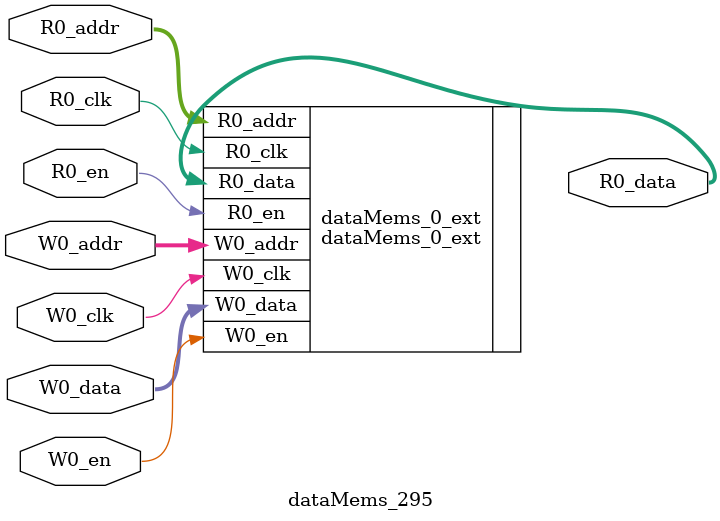
<source format=sv>
`ifndef RANDOMIZE
  `ifdef RANDOMIZE_REG_INIT
    `define RANDOMIZE
  `endif // RANDOMIZE_REG_INIT
`endif // not def RANDOMIZE
`ifndef RANDOMIZE
  `ifdef RANDOMIZE_MEM_INIT
    `define RANDOMIZE
  `endif // RANDOMIZE_MEM_INIT
`endif // not def RANDOMIZE

`ifndef RANDOM
  `define RANDOM $random
`endif // not def RANDOM

// Users can define 'PRINTF_COND' to add an extra gate to prints.
`ifndef PRINTF_COND_
  `ifdef PRINTF_COND
    `define PRINTF_COND_ (`PRINTF_COND)
  `else  // PRINTF_COND
    `define PRINTF_COND_ 1
  `endif // PRINTF_COND
`endif // not def PRINTF_COND_

// Users can define 'ASSERT_VERBOSE_COND' to add an extra gate to assert error printing.
`ifndef ASSERT_VERBOSE_COND_
  `ifdef ASSERT_VERBOSE_COND
    `define ASSERT_VERBOSE_COND_ (`ASSERT_VERBOSE_COND)
  `else  // ASSERT_VERBOSE_COND
    `define ASSERT_VERBOSE_COND_ 1
  `endif // ASSERT_VERBOSE_COND
`endif // not def ASSERT_VERBOSE_COND_

// Users can define 'STOP_COND' to add an extra gate to stop conditions.
`ifndef STOP_COND_
  `ifdef STOP_COND
    `define STOP_COND_ (`STOP_COND)
  `else  // STOP_COND
    `define STOP_COND_ 1
  `endif // STOP_COND
`endif // not def STOP_COND_

// Users can define INIT_RANDOM as general code that gets injected into the
// initializer block for modules with registers.
`ifndef INIT_RANDOM
  `define INIT_RANDOM
`endif // not def INIT_RANDOM

// If using random initialization, you can also define RANDOMIZE_DELAY to
// customize the delay used, otherwise 0.002 is used.
`ifndef RANDOMIZE_DELAY
  `define RANDOMIZE_DELAY 0.002
`endif // not def RANDOMIZE_DELAY

// Define INIT_RANDOM_PROLOG_ for use in our modules below.
`ifndef INIT_RANDOM_PROLOG_
  `ifdef RANDOMIZE
    `ifdef VERILATOR
      `define INIT_RANDOM_PROLOG_ `INIT_RANDOM
    `else  // VERILATOR
      `define INIT_RANDOM_PROLOG_ `INIT_RANDOM #`RANDOMIZE_DELAY begin end
    `endif // VERILATOR
  `else  // RANDOMIZE
    `define INIT_RANDOM_PROLOG_
  `endif // RANDOMIZE
`endif // not def INIT_RANDOM_PROLOG_

// Include register initializers in init blocks unless synthesis is set
`ifndef SYNTHESIS
  `ifndef ENABLE_INITIAL_REG_
    `define ENABLE_INITIAL_REG_
  `endif // not def ENABLE_INITIAL_REG_
`endif // not def SYNTHESIS

// Include rmemory initializers in init blocks unless synthesis is set
`ifndef SYNTHESIS
  `ifndef ENABLE_INITIAL_MEM_
    `define ENABLE_INITIAL_MEM_
  `endif // not def ENABLE_INITIAL_MEM_
`endif // not def SYNTHESIS

module dataMems_295(	// @[generators/ara/src/main/scala/UnsafeAXI4ToTL.scala:365:62]
  input  [4:0]  R0_addr,
  input         R0_en,
  input         R0_clk,
  output [66:0] R0_data,
  input  [4:0]  W0_addr,
  input         W0_en,
  input         W0_clk,
  input  [66:0] W0_data
);

  dataMems_0_ext dataMems_0_ext (	// @[generators/ara/src/main/scala/UnsafeAXI4ToTL.scala:365:62]
    .R0_addr (R0_addr),
    .R0_en   (R0_en),
    .R0_clk  (R0_clk),
    .R0_data (R0_data),
    .W0_addr (W0_addr),
    .W0_en   (W0_en),
    .W0_clk  (W0_clk),
    .W0_data (W0_data)
  );
endmodule


</source>
